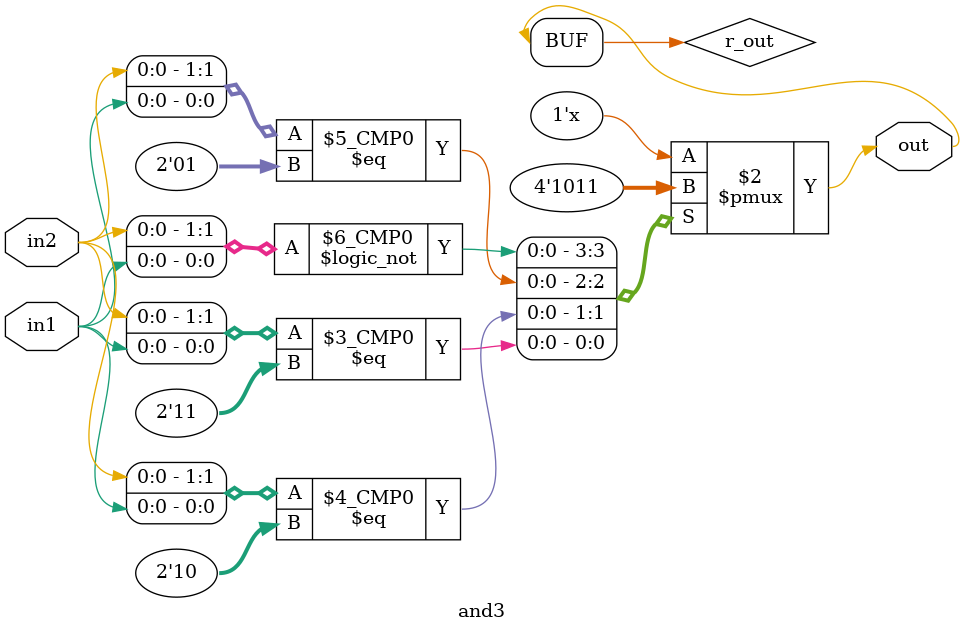
<source format=v>

module and3(output out, input in1, in2);
  reg r_out;
  assign out = r_out;
  always@(in1, in2)
    begin
      case({in2,in1})
        0: out = 1;
        1: out = 0;
        2: out = 1;
        3: out = 1;
        //4: out = 1;
        //5: out = 0;
        //6: out = 1;
        //7: out = 0;
        default: out = 0;
      endcase
    end
endmodule
</source>
